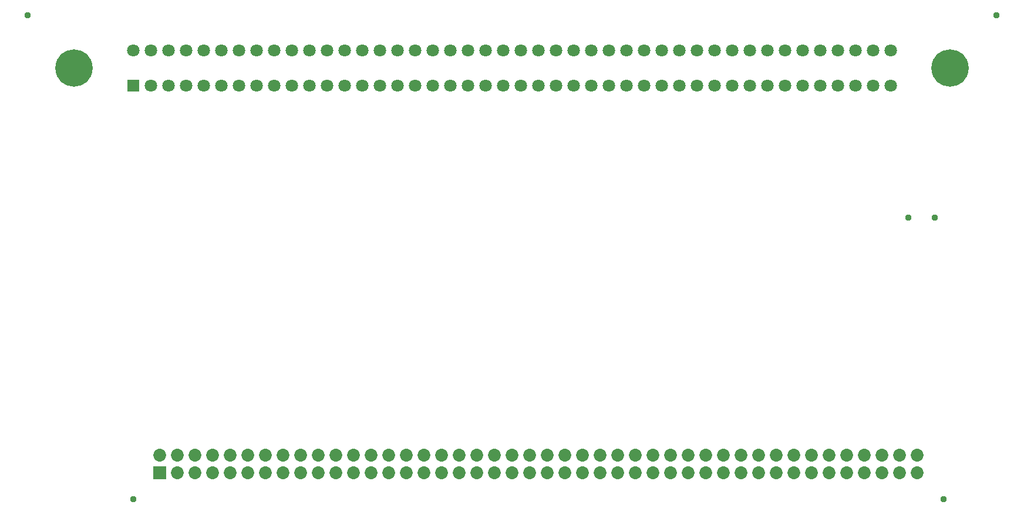
<source format=gbr>
G04 EAGLE Gerber RS-274X export*
G75*
%MOMM*%
%FSLAX34Y34*%
%LPD*%
%INSoldermask Bottom*%
%IPPOS*%
%AMOC8*
5,1,8,0,0,1.08239X$1,22.5*%
G01*
%ADD10R,1.853200X1.853200*%
%ADD11C,1.853200*%
%ADD12R,1.808200X1.808200*%
%ADD13C,1.808200*%
%ADD14C,5.378200*%
%ADD15C,0.959600*%


D10*
X304800Y127000D03*
D11*
X304800Y152400D03*
X330200Y127000D03*
X330200Y152400D03*
X355600Y127000D03*
X355600Y152400D03*
X381000Y127000D03*
X381000Y152400D03*
X406400Y127000D03*
X406400Y152400D03*
X431800Y127000D03*
X431800Y152400D03*
X457200Y127000D03*
X457200Y152400D03*
X482600Y127000D03*
X482600Y152400D03*
X508000Y127000D03*
X508000Y152400D03*
X533400Y127000D03*
X533400Y152400D03*
X558800Y127000D03*
X558800Y152400D03*
X584200Y127000D03*
X584200Y152400D03*
X609600Y127000D03*
X609600Y152400D03*
X635000Y127000D03*
X635000Y152400D03*
X660400Y127000D03*
X660400Y152400D03*
X685800Y127000D03*
X685800Y152400D03*
X711200Y127000D03*
X711200Y152400D03*
X736600Y127000D03*
X736600Y152400D03*
X762000Y127000D03*
X762000Y152400D03*
X787400Y127000D03*
X787400Y152400D03*
X812800Y127000D03*
X812800Y152400D03*
X838200Y127000D03*
X838200Y152400D03*
X863600Y127000D03*
X863600Y152400D03*
X889000Y127000D03*
X889000Y152400D03*
X914400Y127000D03*
X914400Y152400D03*
X939800Y127000D03*
X939800Y152400D03*
X965200Y127000D03*
X965200Y152400D03*
X990600Y127000D03*
X990600Y152400D03*
X1016000Y127000D03*
X1016000Y152400D03*
X1041400Y127000D03*
X1041400Y152400D03*
X1066800Y127000D03*
X1066800Y152400D03*
X1092200Y127000D03*
X1092200Y152400D03*
X1117600Y127000D03*
X1117600Y152400D03*
X1143000Y127000D03*
X1143000Y152400D03*
X1168400Y127000D03*
X1168400Y152400D03*
X1193800Y127000D03*
X1193800Y152400D03*
X1219200Y127000D03*
X1219200Y152400D03*
X1244600Y127000D03*
X1244600Y152400D03*
X1270000Y127000D03*
X1270000Y152400D03*
X1295400Y127000D03*
X1295400Y152400D03*
X1320800Y127000D03*
X1320800Y152400D03*
X1346200Y127000D03*
X1346200Y152400D03*
X1371600Y127000D03*
X1371600Y152400D03*
X1397000Y127000D03*
X1397000Y152400D03*
D12*
X266700Y685800D03*
D13*
X266700Y736600D03*
X292100Y685800D03*
X292100Y736600D03*
X317500Y685800D03*
X317500Y736600D03*
X342900Y685800D03*
X342900Y736600D03*
X368300Y685800D03*
X368300Y736600D03*
X393700Y685800D03*
X393700Y736600D03*
X419100Y685800D03*
X419100Y736600D03*
X444500Y685800D03*
X444500Y736600D03*
X469900Y685800D03*
X469900Y736600D03*
X495300Y685800D03*
X495300Y736600D03*
X520700Y685800D03*
X520700Y736600D03*
X546100Y685800D03*
X546100Y736600D03*
X571500Y685800D03*
X571500Y736600D03*
X596900Y685800D03*
X596900Y736600D03*
X622300Y685800D03*
X622300Y736600D03*
X647700Y685800D03*
X647700Y736600D03*
X673100Y685800D03*
X673100Y736600D03*
X698500Y685800D03*
X698500Y736600D03*
X723900Y685800D03*
X723900Y736600D03*
X749300Y685800D03*
X749300Y736600D03*
X774700Y685800D03*
X774700Y736600D03*
X800100Y685800D03*
X800100Y736600D03*
X825500Y685800D03*
X825500Y736600D03*
X850900Y685800D03*
X850900Y736600D03*
X876300Y685800D03*
X876300Y736600D03*
X901700Y685800D03*
X901700Y736600D03*
X927100Y685800D03*
X927100Y736600D03*
X952500Y685800D03*
X952500Y736600D03*
X977900Y685800D03*
X977900Y736600D03*
X1003300Y685800D03*
X1003300Y736600D03*
X1028700Y685800D03*
X1028700Y736600D03*
X1054100Y685800D03*
X1054100Y736600D03*
X1079500Y685800D03*
X1079500Y736600D03*
X1104900Y685800D03*
X1104900Y736600D03*
X1130300Y685800D03*
X1130300Y736600D03*
X1155700Y685800D03*
X1155700Y736600D03*
X1181100Y685800D03*
X1181100Y736600D03*
X1206500Y685800D03*
X1206500Y736600D03*
X1231900Y685800D03*
X1231900Y736600D03*
X1257300Y685800D03*
X1257300Y736600D03*
X1282700Y685800D03*
X1282700Y736600D03*
X1308100Y685800D03*
X1308100Y736600D03*
X1333500Y685800D03*
X1333500Y736600D03*
X1358900Y685800D03*
X1358900Y736600D03*
D14*
X180950Y711200D03*
X1444650Y711200D03*
D15*
X1384300Y495300D03*
X1422400Y495300D03*
X1435100Y88900D03*
X266700Y88900D03*
X114300Y787400D03*
X1511300Y787400D03*
M02*

</source>
